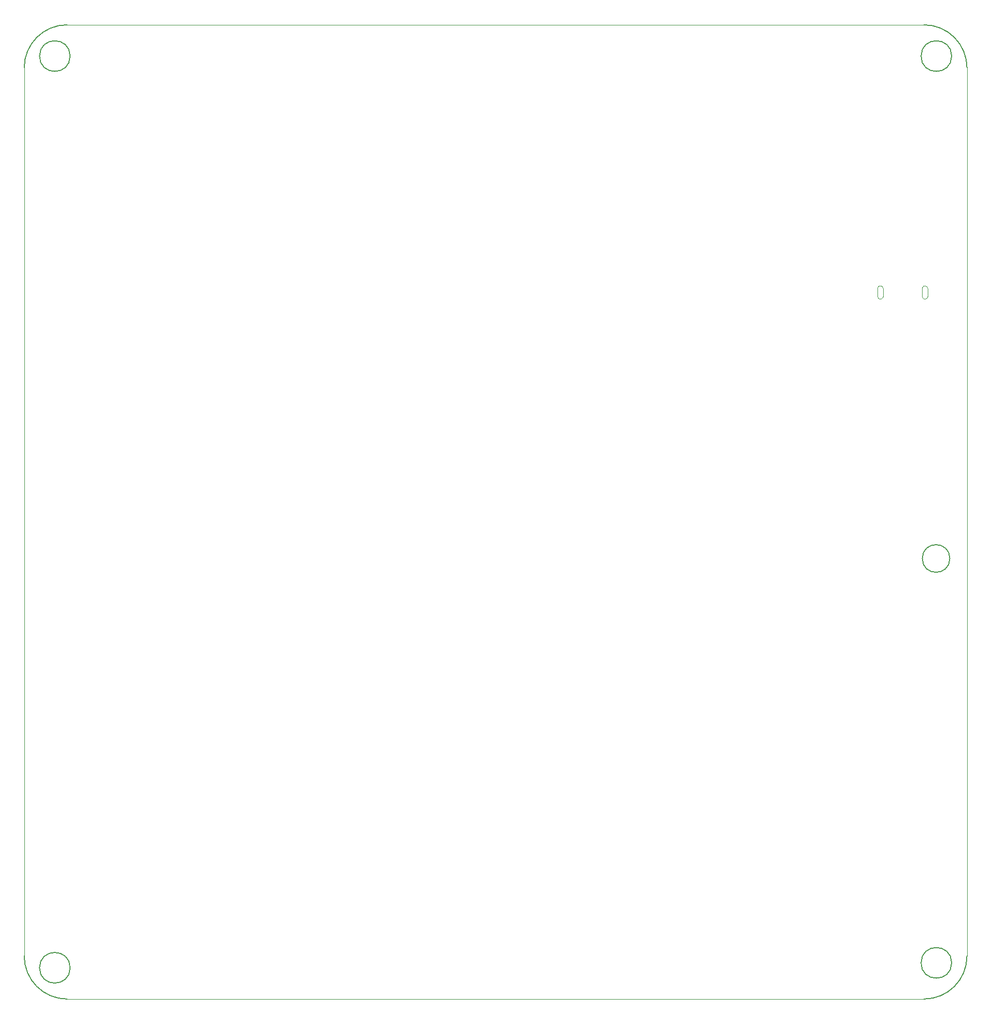
<source format=gm1>
G04 #@! TF.GenerationSoftware,KiCad,Pcbnew,8.0.3-8.0.3-0~ubuntu22.04.1*
G04 #@! TF.CreationDate,2024-06-24T03:25:31+00:00*
G04 #@! TF.ProjectId,hellen64_NA6_94,68656c6c-656e-4363-945f-4e41365f3934,b*
G04 #@! TF.SameCoordinates,PX141ef50PYa2cc1bc*
G04 #@! TF.FileFunction,Profile,NP*
%FSLAX46Y46*%
G04 Gerber Fmt 4.6, Leading zero omitted, Abs format (unit mm)*
G04 Created by KiCad (PCBNEW 8.0.3-8.0.3-0~ubuntu22.04.1) date 2024-06-24 03:25:31*
%MOMM*%
%LPD*%
G01*
G04 APERTURE LIST*
G04 #@! TA.AperFunction,Profile*
%ADD10C,0.200000*%
G04 #@! TD*
G04 #@! TA.AperFunction,Profile*
%ADD11C,0.100000*%
G04 #@! TD*
G04 #@! TA.AperFunction,Profile*
%ADD12C,0.120000*%
G04 #@! TD*
G04 APERTURE END LIST*
D10*
X-1Y152000001D02*
G75*
G02*
X7000000Y159000001I7000001J-1D01*
G01*
X147000001Y159000001D02*
G75*
G02*
X153999941Y152000000I-21J-6999961D01*
G01*
D11*
X154000000Y7000000D02*
X154000000Y152000000D01*
X0Y152000000D02*
X0Y7000000D01*
D10*
X151500000Y153900000D02*
G75*
G02*
X146500000Y153900000I-2500000J0D01*
G01*
X146500000Y153900000D02*
G75*
G02*
X151500000Y153900000I2500000J0D01*
G01*
X7500000Y5100000D02*
G75*
G02*
X2500000Y5100000I-2500000J0D01*
G01*
X2500000Y5100000D02*
G75*
G02*
X7500000Y5100000I2500000J0D01*
G01*
D11*
X7000000Y0D02*
X147000000Y0D01*
D10*
X154000001Y6999999D02*
G75*
G02*
X147000000Y-1I-7000001J1D01*
G01*
X151200800Y71900000D02*
G75*
G02*
X146700800Y71900000I-2250000J0D01*
G01*
X146700800Y71900000D02*
G75*
G02*
X151200800Y71900000I2250000J0D01*
G01*
X7500000Y153900000D02*
G75*
G02*
X2500000Y153900000I-2500000J0D01*
G01*
X2500000Y153900000D02*
G75*
G02*
X7500000Y153900000I2500000J0D01*
G01*
X151500000Y5900000D02*
G75*
G02*
X146500000Y5900000I-2500000J0D01*
G01*
X146500000Y5900000D02*
G75*
G02*
X151500000Y5900000I2500000J0D01*
G01*
X6999999Y-1D02*
G75*
G02*
X-1Y7000000I1J7000001D01*
G01*
D11*
X147000000Y159000000D02*
X7000000Y159000000D01*
D12*
G04 #@! TO.C,J1*
X139410566Y114657539D02*
X139410566Y116037194D01*
X140298273Y115971558D02*
X140298273Y114591903D01*
X146705087Y114651400D02*
X146705087Y116031055D01*
X147592794Y115965419D02*
X147592794Y114585764D01*
X139410567Y116037194D02*
G75*
G02*
X140298279Y115971558I440873J-73164D01*
G01*
X140298272Y114591903D02*
G75*
G02*
X139410561Y114657539I-440872J73167D01*
G01*
X146705088Y116031055D02*
G75*
G02*
X147592792Y115965419I440869J-73162D01*
G01*
X147592793Y114585764D02*
G75*
G02*
X146705087Y114651400I-440870J73163D01*
G01*
G04 #@! TD*
M02*

</source>
